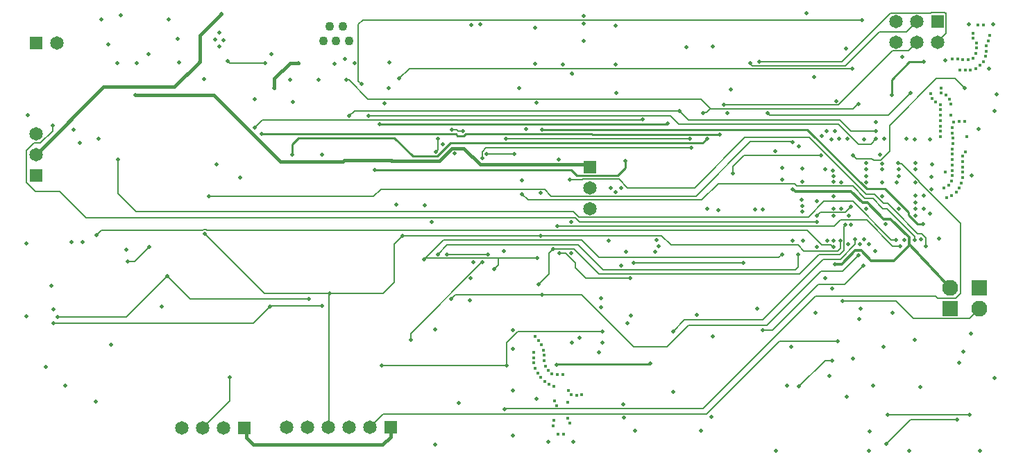
<source format=gbl>
G04*
G04 #@! TF.GenerationSoftware,Altium Limited,Altium Designer,21.6.4 (81)*
G04*
G04 Layer_Physical_Order=4*
G04 Layer_Color=16711680*
%FSLAX44Y44*%
%MOMM*%
G71*
G04*
G04 #@! TF.SameCoordinates,FF1FAEB7-4318-4351-9C75-77568BB5708F*
G04*
G04*
G04 #@! TF.FilePolarity,Positive*
G04*
G01*
G75*
%ADD10C,0.2000*%
%ADD12C,0.1500*%
%ADD13C,0.2540*%
%ADD175C,0.3000*%
%ADD179C,0.4000*%
%ADD180C,0.1650*%
%ADD181C,0.3500*%
%ADD188C,1.6500*%
%ADD189R,1.6500X1.6500*%
%ADD190R,1.6500X1.6500*%
%ADD191C,1.1000*%
%ADD192R,1.9500X1.9500*%
%ADD193C,1.9500*%
%ADD194C,0.5000*%
%ADD195C,0.4000*%
D10*
X704420Y317626D02*
G03*
X700212Y317628I-2110J-10286D01*
G01*
X704420Y317626D02*
G03*
X704779Y317590I377J1964D01*
G01*
X699833D02*
G03*
X700212Y317628I-10J2000D01*
G01*
X704420Y317626D02*
Y317626D01*
X699833Y317590D02*
X699833D01*
X627290D02*
X699833D01*
X1112520Y261620D02*
Y271822D01*
X1107483Y276860D02*
X1112520Y271822D01*
X1075948Y194310D02*
X1096838Y173420D01*
X1165290D01*
X1177290Y185420D01*
X737712Y343240D02*
X748212Y332740D01*
X693282Y343240D02*
X737712D01*
X692943Y342900D02*
X693282Y343240D01*
X678180Y342900D02*
X692943D01*
X951899Y337717D02*
X954880Y334737D01*
X1022925D01*
X859200Y337717D02*
X951899D01*
X839072Y317590D02*
X859200Y337717D01*
X704779Y317590D02*
X839072D01*
X748212Y332740D02*
X830366D01*
X891652Y394026D01*
X969870D01*
X1102313Y276860D02*
X1107483D01*
X1074202Y304971D02*
X1102313Y276860D01*
X1065483Y313690D02*
X1074202Y304971D01*
Y304971D02*
Y304971D01*
X1060450Y313690D02*
X1065483D01*
X1049232Y324908D02*
X1060450Y313690D01*
X1060088Y307340D02*
X1064484D01*
X1098550Y273274D01*
X1047661Y319767D02*
X1060088Y307340D01*
X1037894Y319767D02*
X1047661D01*
X1022925Y334737D02*
X1037894Y319767D01*
X1038987Y324908D02*
X1049232D01*
X969870Y394026D02*
X1038987Y324908D01*
X1098550Y269240D02*
Y273274D01*
X1011052Y194310D02*
X1075948D01*
X619760Y325120D02*
X627290Y317590D01*
D12*
X700955Y297180D02*
G03*
X703665Y297180I1355J10160D01*
G01*
X1077458Y546100D02*
G03*
X1074747Y546100I-1355J-10160D01*
G01*
X1102858D02*
G03*
X1100147Y546100I-1355J-10160D01*
G01*
X1136787Y545645D02*
G03*
X1136632Y545798I-1129J-987D01*
G01*
X890138Y371978D02*
X984003D01*
X877189Y350520D02*
Y359029D01*
X890138Y371978D01*
X665480Y252730D02*
X672410D01*
X684530Y240610D01*
Y234950D02*
Y240610D01*
X652780Y252730D02*
X657860Y257810D01*
X683260D02*
X713577Y227493D01*
X652780Y227692D02*
Y252730D01*
X657860Y257810D02*
X683260D01*
X684530Y234950D02*
X697412Y222068D01*
X751840D01*
X1023620Y372110D02*
X1027430Y368300D01*
X1046480D02*
X1048386Y366394D01*
X1027430Y368300D02*
X1046480D01*
X1048386Y366394D02*
X1056980D01*
X533783Y403860D02*
X539796D01*
X533565Y403642D02*
X533783Y403860D01*
X539796D02*
X541574Y402082D01*
X483870Y147320D02*
Y155005D01*
X569784Y240919D02*
X570821D01*
X483870Y155005D02*
X569784Y240919D01*
X570821D02*
X571491Y241588D01*
X977900Y200660D02*
X1123950D01*
X840357Y63117D02*
X977900Y200660D01*
X1123950D02*
X1126490Y198120D01*
X1148588D01*
X431800Y440690D02*
X838200D01*
X405130Y464820D02*
X405719Y464231D01*
X408259D02*
X431800Y440690D01*
X405719Y464231D02*
X408259D01*
X1029318Y434664D02*
X1030028D01*
X1020415Y401985D02*
X1051095D01*
X1007110Y415290D02*
X1020415Y401985D01*
X1045169Y386080D02*
X1051279Y392190D01*
X1005840Y410210D02*
X1029970Y386080D01*
X1045169D01*
X713740Y247650D02*
X933137D01*
X936836Y251349D01*
X590550Y246733D02*
X638461D01*
X501670D02*
X590550D01*
X473710Y274320D02*
X642620D01*
X956113Y262890D02*
X963365Y255638D01*
X789940Y274320D02*
X801370Y262890D01*
X642620Y274320D02*
X789940D01*
X801370Y262890D02*
X956113D01*
X1026160Y263606D02*
Y269121D01*
X1025595Y269686D02*
X1026160Y269121D01*
X703665Y297180D02*
X969010D01*
X700955D02*
X700955D01*
X689055D02*
X700955D01*
X849124Y428754D02*
X849630Y429260D01*
X844921Y424551D02*
X849124Y428754D01*
X952729Y232560D02*
X956310Y236142D01*
Y251460D01*
X575691Y381381D02*
X826143D01*
X570958Y368670D02*
Y376648D01*
X575691Y381381D01*
X598840Y62900D02*
X600581D01*
X598170Y62230D02*
X598840Y62900D01*
X600581D02*
X600799Y63117D01*
X840357D01*
X647010Y330890D02*
X655412Y322488D01*
X831758D02*
X898398Y389128D01*
X655412Y322488D02*
X831758D01*
X924706Y158750D02*
X980586Y214630D01*
X1013460D01*
X913130Y158750D02*
X924706D01*
X987200Y245520D02*
X1008074D01*
X913130Y171450D02*
X987200Y245520D01*
X1008074D02*
X1026160Y263606D01*
X713577Y227493D02*
X958061D01*
X981693Y251126D02*
X1007011D01*
X958061Y227493D02*
X981693Y251126D01*
X524177Y269240D02*
X692150D01*
X713740Y247650D01*
X688340Y262890D02*
X718670Y232560D01*
X528320Y262890D02*
X688340D01*
X718670Y232560D02*
X952729D01*
X127000Y325501D02*
Y367030D01*
Y325501D02*
X148635Y303866D01*
X1148080Y466090D02*
X1159510Y454660D01*
X1125220Y466090D02*
X1148080D01*
X1068070Y408940D02*
X1125220Y466090D01*
X1066800Y421640D02*
X1093470Y448310D01*
X922109Y421640D02*
X1066800D01*
X919480Y424180D02*
X919569D01*
X922109Y421640D01*
X822960Y415290D02*
X1007110D01*
X811530Y426720D02*
X822960Y415290D01*
X800259Y420465D02*
X810514Y410210D01*
X1005840D01*
X838200Y440690D02*
X849630Y429260D01*
X840675Y424551D02*
X844921D01*
X1023408Y428754D02*
X1029318Y434664D01*
X849124Y428754D02*
X1023408D01*
X1007011Y251126D02*
X1012190Y256305D01*
X1004938Y255638D02*
X1007690Y258390D01*
X963365Y255638D02*
X1004938D01*
X1012190Y256305D02*
Y284988D01*
X434340Y40640D02*
X450497Y56797D01*
X844596D02*
X933230Y145431D01*
X450497Y56797D02*
X844596D01*
X933230Y145431D02*
X1005078D01*
X1154430Y203962D02*
Y289491D01*
X1103691Y340230D02*
X1154430Y289491D01*
X1148588Y198120D02*
X1154430Y203962D01*
X1013460Y214630D02*
X1036320Y237490D01*
X918210Y165100D02*
X984250Y231140D01*
X1010920D01*
X822960Y165100D02*
X918210D01*
X796290Y138430D02*
X822960Y165100D01*
X756158Y138430D02*
X796290D01*
X817626Y171450D02*
X913130D01*
X137160Y175260D02*
X186690Y224790D01*
X53340Y175260D02*
X137160D01*
X186690Y224790D02*
X214630Y196850D01*
X359410D01*
X516890Y251460D02*
X528320Y262890D01*
X1000760Y285750D02*
X1008380Y293370D01*
X662940Y285750D02*
X1000760D01*
X689353Y291084D02*
X979170D01*
X684527Y295910D02*
X689353Y291084D01*
X682369Y303866D02*
X689055Y297180D01*
X969010D02*
X988060Y316230D01*
X106426Y280670D02*
X229856D01*
X234964D02*
X967740D01*
X234274Y281360D02*
X234964Y280670D01*
X229856D02*
X230546Y281360D01*
X100330Y274574D02*
X106426Y280670D01*
X967740D02*
X985520Y262890D01*
X230546Y281360D02*
X234274D01*
X26035Y328295D02*
X55245D01*
X87630Y295910D02*
X684527D01*
X55245Y328295D02*
X87630Y295910D01*
X15240Y339090D02*
X26035Y328295D01*
X15240Y339090D02*
Y378079D01*
X24511Y387350D01*
X32258D02*
X46990Y402082D01*
X24511Y387350D02*
X32258D01*
X1069086Y546100D02*
X1074747D01*
X1009650Y486664D02*
X1069086Y546100D01*
X908812Y486664D02*
X1009650D01*
X1077458Y546100D02*
X1100147D01*
X1102858D02*
X1117734D01*
X1117824Y546190D01*
X1135981D01*
X1136071Y546100D01*
X1136279D01*
X1136632Y545798D01*
X1136787Y545645D02*
X1137158Y545221D01*
Y520796D02*
Y545221D01*
X1126902Y510540D02*
X1137158Y520796D01*
X1088802Y523240D02*
X1101503Y535940D01*
X1055624Y523240D02*
X1088802D01*
X1013968Y481584D02*
X1055624Y523240D01*
X900684Y481584D02*
X1013968D01*
X897636Y484632D02*
X900684Y481584D01*
X1090922Y499959D02*
X1101503Y510540D01*
X1071460Y499959D02*
X1090922D01*
X1005586Y434086D02*
X1071460Y499959D01*
X865730Y434086D02*
X1005586D01*
X541574Y402082D02*
X547370D01*
X755650Y241300D02*
X889698D01*
X292100Y167640D02*
X312621Y188161D01*
X48260Y167640D02*
X292100D01*
X375751Y188161D02*
X375951Y188361D01*
X312621Y188161D02*
X375751D01*
X305635Y203635D02*
X384634D01*
X384087Y41187D02*
Y203088D01*
X384634Y203635D02*
X450015D01*
X463550Y217170D01*
X383540Y40640D02*
X384087Y41187D01*
Y203088D02*
X384634Y203635D01*
X232410Y276860D02*
X305635Y203635D01*
X1080770Y261620D02*
X1080837Y261687D01*
X1071880Y261620D02*
X1080770D01*
X1040130Y293370D02*
X1071880Y261620D01*
X1070221Y269046D02*
X1075642D01*
X1023038Y316230D02*
X1070221Y269046D01*
X514604Y376597D02*
Y376939D01*
X585470Y233680D02*
X585742D01*
X590550Y238488D02*
Y246380D01*
X585742Y233680D02*
X590550Y238488D01*
X501670Y246733D02*
X524177Y269240D01*
X500380Y245443D02*
X501670Y246733D01*
X415544Y426720D02*
X811530D01*
X408940Y420116D02*
X415544Y426720D01*
X824658Y392850D02*
X824709Y392799D01*
X600343Y392850D02*
X824658D01*
X600292Y392901D02*
X600343Y392850D01*
X576120Y374157D02*
X576427Y373850D01*
X610228D01*
X610535Y373543D01*
X795607Y410016D02*
X796363Y410772D01*
X302586Y415616D02*
X766764D01*
X293370Y406400D02*
X302586Y415616D01*
X766764D02*
X767113Y415965D01*
X840304Y424180D02*
X840675Y424551D01*
X796363Y410772D02*
X797310D01*
X1051279Y392190D02*
X1051298D01*
X1065530Y55880D02*
X1165860D01*
X516890Y379225D02*
Y392430D01*
X514604Y376939D02*
X516890Y379225D01*
X614680Y157480D02*
X717550D01*
X803656D02*
X817626Y171450D01*
X692658Y201930D02*
X756158Y138430D01*
X1010920Y231140D02*
X1029970Y250190D01*
X229870Y39370D02*
X262890Y72390D01*
Y101600D01*
X898398Y389128D02*
X949452D01*
X949960Y388620D01*
X138430Y242570D02*
X147320D01*
X165100Y260350D01*
X661670Y116840D02*
X662305Y117475D01*
X775335D02*
X775970Y118110D01*
X600710Y143510D02*
X614680Y157480D01*
X600710Y115570D02*
Y143510D01*
X448310Y115570D02*
X600710D01*
X1020778Y309578D02*
Y309646D01*
X1014040Y302840D02*
X1020778Y309578D01*
X1012190Y284988D02*
X1014984Y287782D01*
X996058Y262890D02*
X998543Y260405D01*
X1007690Y258390D02*
Y267970D01*
X988060Y316230D02*
X1023038D01*
X148635Y303866D02*
X682369D01*
X998543Y260405D02*
X999490D01*
X1056980Y366394D02*
X1068070Y377484D01*
Y408940D01*
X643890Y201930D02*
X692658D01*
X538480D02*
X643890D01*
X983560Y302840D02*
X1014040D01*
X1103691Y340230D02*
Y341057D01*
X1082354Y362393D02*
X1103691Y341057D01*
X1079141Y362393D02*
X1082354D01*
X1078476Y363059D02*
X1079141Y362393D01*
X1008380Y293370D02*
X1040130D01*
X979170Y298450D02*
X983560Y302840D01*
X985520Y262890D02*
X996058D01*
X46990Y402082D02*
Y408940D01*
X447369Y330890D02*
X647010D01*
X438331Y321852D02*
X447369Y330890D01*
X432831Y420465D02*
X800259D01*
X432490Y420806D02*
X432831Y420465D01*
X237743Y321852D02*
X438331D01*
X469900Y466090D02*
X482092Y478282D01*
X1022858D01*
X957580Y90170D02*
X989330Y121920D01*
X998220D01*
X463550Y217170D02*
Y264160D01*
X473710Y274320D01*
X639826Y214738D02*
X652780Y227692D01*
X533400Y196850D02*
X538480Y201930D01*
X425450Y537464D02*
X1034542D01*
X528320Y251460D02*
X577850D01*
X1093786Y49846D02*
X1150428D01*
X1064260Y20320D02*
X1093786Y49846D01*
X260439Y487680D02*
X262979Y485140D01*
X306070D01*
X260350Y487680D02*
X260439D01*
X419989Y463169D02*
X423490Y459668D01*
X419989Y463169D02*
Y532003D01*
X425450Y537464D01*
D13*
X550477Y398090D02*
X704869D01*
X705140Y397819D01*
X860197D01*
X860609Y397407D01*
X548627Y396240D02*
X550477Y398090D01*
X679773Y354007D02*
X686410Y347370D01*
X735990D02*
X745490Y356870D01*
X686410Y347370D02*
X735990D01*
X643890Y403860D02*
X967647D01*
X1040037Y331470D01*
X1062357D01*
X1090930Y299434D02*
X1102074Y288290D01*
X1090930Y299434D02*
Y302897D01*
X1102074Y288290D02*
X1108710D01*
X1062357Y331470D02*
X1090930Y302897D01*
X439936Y354007D02*
X679773D01*
X1070610Y464820D02*
X1092200Y486410D01*
X1109980D01*
X1070610Y445770D02*
Y464820D01*
X516321Y371039D02*
X532307Y387024D01*
X445964Y410016D02*
X795607D01*
X445770Y410210D02*
X445964Y410016D01*
X338927Y385917D02*
X346710Y393700D01*
X338927Y373188D02*
Y385917D01*
X346710Y393700D02*
X463550D01*
X486211Y371039D01*
X451094Y398622D02*
X538638D01*
X541020Y396240D01*
X548627D01*
X450936Y398780D02*
X451094Y398622D01*
X532307Y387024D02*
X839990D01*
X845323Y392356D01*
X662305Y117475D02*
X775335D01*
X302260Y398780D02*
X450936D01*
X745490Y356870D02*
Y365760D01*
X486211Y371039D02*
X516321D01*
D175*
X1045582Y243840D02*
X1073150D01*
X1092411Y263101D01*
X1009921Y239678D02*
X1026273Y256030D01*
X1033392D02*
X1045582Y243840D01*
X1026273Y256030D02*
X1033392D01*
X1001397Y239678D02*
X1009921D01*
D179*
X283687Y27463D02*
X292100Y19050D01*
X449580D02*
X459263Y28733D01*
X292100Y19050D02*
X449580D01*
X336550Y485140D02*
X346710D01*
X317500Y466090D02*
X336550Y485140D01*
X317500Y454660D02*
Y466090D01*
X226409Y518509D02*
X252730Y544830D01*
X226409Y486939D02*
Y518509D01*
X109128Y455930D02*
X195533D01*
X26577Y373380D02*
X109128Y455930D01*
X195533D02*
X226476Y486873D01*
X548570Y381000D02*
X568798Y360772D01*
X533702Y381000D02*
X548570D01*
X518498Y365796D02*
X533702Y381000D01*
X680720Y472169D02*
Y472440D01*
X147574Y446278D02*
X243360D01*
X459263Y40163D02*
X459740Y40640D01*
X459263Y28733D02*
Y40163D01*
X280670Y39370D02*
X283687Y36353D01*
Y27463D02*
Y36353D01*
X699678Y360772D02*
X702310Y358140D01*
X568798Y360772D02*
X699678D01*
X324758Y364880D02*
X401316D01*
X460438Y365796D02*
X518498D01*
X460365Y365869D02*
X460438Y365796D01*
X402306Y365869D02*
X460365D01*
X401316Y364880D02*
X402306Y365869D01*
X243360Y446278D02*
X324758Y364880D01*
D180*
X383382Y525308D02*
X384940Y529810D01*
D181*
X1092411Y263101D02*
X1141730Y210820D01*
X949960Y330962D02*
X950254D01*
X952760Y328456D02*
X1021186D01*
X1035379Y314263D01*
X950254Y330962D02*
X952760Y328456D01*
X1041261Y314263D02*
X1060884Y294640D01*
X1069443D02*
X1092107Y271976D01*
X1060884Y294640D02*
X1069443D01*
X1092107Y263417D02*
Y271976D01*
X1035379Y314263D02*
X1041261D01*
D188*
X1076103Y510540D02*
D03*
X26577Y398780D02*
D03*
Y373380D02*
D03*
X1126902Y510540D02*
D03*
X1101503Y535940D02*
D03*
Y510540D02*
D03*
X1076103Y535940D02*
D03*
X52070Y509270D02*
D03*
X702310Y332740D02*
D03*
Y307340D02*
D03*
X434340Y40640D02*
D03*
X408940D02*
D03*
X383540D02*
D03*
X358140D02*
D03*
X332740D02*
D03*
X255270Y39370D02*
D03*
X229870D02*
D03*
X204470D02*
D03*
D189*
X1126902Y535940D02*
D03*
X26670Y509270D02*
D03*
X459740Y40640D02*
D03*
X280670Y39370D02*
D03*
D190*
X26577Y347980D02*
D03*
X702310Y358140D02*
D03*
D191*
X408940Y511810D02*
D03*
X400940Y529810D02*
D03*
X392940Y511810D02*
D03*
X384940Y529810D02*
D03*
X376940Y511810D02*
D03*
D192*
X1141730Y185420D02*
D03*
X1177290Y210820D02*
D03*
D193*
X1141730D02*
D03*
X1177290Y185420D02*
D03*
D194*
X928370Y377190D02*
D03*
X845201Y306837D02*
D03*
X679450Y290830D02*
D03*
Y252730D02*
D03*
X984003Y371978D02*
D03*
X665480Y252730D02*
D03*
X657860Y257810D02*
D03*
X1056127Y372688D02*
D03*
X877189Y350520D02*
D03*
X751840Y222068D02*
D03*
X783590Y269240D02*
D03*
X165100Y260350D02*
D03*
X533565Y403642D02*
D03*
X483870Y147320D02*
D03*
X998220Y209550D02*
D03*
X716183Y197697D02*
D03*
X1023462Y123719D02*
D03*
X961070Y318080D02*
D03*
X961102Y310760D02*
D03*
X961146Y303205D02*
D03*
X984861Y395911D02*
D03*
X860609Y397407D02*
D03*
X991351Y401964D02*
D03*
X1001483Y402021D02*
D03*
X1006622Y392264D02*
D03*
X1016814Y392098D02*
D03*
X1051095Y401985D02*
D03*
X1036750Y391833D02*
D03*
X1061578Y392164D02*
D03*
X1088446D02*
D03*
X1098488Y392054D02*
D03*
X1117302D02*
D03*
X936836Y251349D02*
D03*
X950016Y267969D02*
D03*
X962775Y268042D02*
D03*
X979212Y260551D02*
D03*
X1025595Y269686D02*
D03*
X1017253Y263834D02*
D03*
X1037141Y270002D02*
D03*
X1031684Y263834D02*
D03*
X1106162Y269343D02*
D03*
X1112520Y261620D02*
D03*
X956310Y251460D02*
D03*
X642620Y274320D02*
D03*
X929640Y11430D02*
D03*
X1092200D02*
D03*
X1178560D02*
D03*
X1042670D02*
D03*
X186690Y224790D02*
D03*
X662940Y285750D02*
D03*
X744220Y52070D02*
D03*
X69956Y266757D02*
D03*
X1043940Y35560D02*
D03*
X755650Y241300D02*
D03*
X947795Y138822D02*
D03*
X904240Y306070D02*
D03*
X913130D02*
D03*
X359410Y196850D02*
D03*
X375951Y188361D02*
D03*
X384634Y203635D02*
D03*
X1080837Y261687D02*
D03*
X1075642Y269046D02*
D03*
X1086372Y269325D02*
D03*
X1098550Y269240D02*
D03*
X537254Y374734D02*
D03*
X514604Y376597D02*
D03*
X522628Y386099D02*
D03*
X585470Y233680D02*
D03*
X638461Y246733D02*
D03*
X1159510Y454660D02*
D03*
X824709Y392799D02*
D03*
X826143Y381381D02*
D03*
X610535Y373543D02*
D03*
X576120Y374157D02*
D03*
X600292Y392901D02*
D03*
X445770Y410210D02*
D03*
X338927Y373188D02*
D03*
X375273Y372931D02*
D03*
X811530Y426720D02*
D03*
X767113Y415965D02*
D03*
X845323Y392356D02*
D03*
X637540Y436190D02*
D03*
X624426Y404691D02*
D03*
X797310Y410772D02*
D03*
X557767Y531007D02*
D03*
X734527Y448540D02*
D03*
X439936Y354007D02*
D03*
X678180Y342900D02*
D03*
X1051298Y392190D02*
D03*
X1065530Y55880D02*
D03*
X1165860D02*
D03*
X1016000Y77470D02*
D03*
X127000Y367030D02*
D03*
X740410Y237490D02*
D03*
X746760Y254436D02*
D03*
X717543Y143517D02*
D03*
X713160Y132080D02*
D03*
X717550Y157480D02*
D03*
X727710Y332740D02*
D03*
X734060Y327660D02*
D03*
X740410Y332740D02*
D03*
X725170Y267970D02*
D03*
X742950Y68580D02*
D03*
X913130Y158750D02*
D03*
X906780Y185420D02*
D03*
X1036320Y237490D02*
D03*
X989330Y222250D02*
D03*
X262890Y101600D02*
D03*
X949960Y388620D02*
D03*
X293370Y406400D02*
D03*
X661670Y116840D02*
D03*
X637540Y74930D02*
D03*
X680720Y143510D02*
D03*
X598170Y62230D02*
D03*
X542290Y69850D02*
D03*
X651510Y22860D02*
D03*
X681990D02*
D03*
X600710Y115570D02*
D03*
X775970Y118110D02*
D03*
X689610Y149860D02*
D03*
X1009187Y306960D02*
D03*
X1020778Y309646D02*
D03*
X1063182Y288180D02*
D03*
X1042670Y264160D02*
D03*
X997033Y391947D02*
D03*
X957580Y383540D02*
D03*
X961763Y355935D02*
D03*
X961390Y340360D02*
D03*
X937260Y356870D02*
D03*
Y342900D02*
D03*
X949960Y330962D02*
D03*
X1001397Y239678D02*
D03*
X991870Y267970D02*
D03*
X999490D02*
D03*
X1007690D02*
D03*
X999490Y260405D02*
D03*
X1127956Y270428D02*
D03*
X1050290Y255270D02*
D03*
X1029970Y250190D02*
D03*
X1051015Y412682D02*
D03*
X1003234Y438626D02*
D03*
X1030028Y434790D02*
D03*
X1013714Y287782D02*
D03*
X1021179Y287138D02*
D03*
X1017986Y298951D02*
D03*
X999097Y353837D02*
D03*
X989452Y354901D02*
D03*
X999204Y346931D02*
D03*
X999316Y340360D02*
D03*
X1009323Y339487D02*
D03*
X999490Y322580D02*
D03*
X979170Y316230D02*
D03*
Y298450D02*
D03*
Y291084D02*
D03*
X1108710Y288290D02*
D03*
X1117570Y300960D02*
D03*
X1099820Y298450D02*
D03*
X1099404Y306924D02*
D03*
X1109281Y307162D02*
D03*
X1078952Y306939D02*
D03*
X1039277Y306822D02*
D03*
X1059180Y322580D02*
D03*
Y339090D02*
D03*
X1039575Y339450D02*
D03*
X1039334Y346934D02*
D03*
X1039092Y355005D02*
D03*
Y362683D02*
D03*
X1023620Y372110D02*
D03*
X1059160Y362458D02*
D03*
X1059055Y355097D02*
D03*
X1078810Y346735D02*
D03*
X1076960Y338960D02*
D03*
X1078810Y355252D02*
D03*
X1078476Y363059D02*
D03*
X1099130Y362960D02*
D03*
Y355518D02*
D03*
Y339193D02*
D03*
X1099368Y323032D02*
D03*
X1109346Y323057D02*
D03*
X1119409Y330876D02*
D03*
X1119409Y345654D02*
D03*
X1119551Y360942D02*
D03*
X1099368Y314960D02*
D03*
X999385Y298794D02*
D03*
X999490Y307340D02*
D03*
X1195681Y426532D02*
D03*
X1109980Y486410D02*
D03*
X1070610Y445770D02*
D03*
X1189376Y478420D02*
D03*
X1136031Y487954D02*
D03*
X1093470Y448310D02*
D03*
X1083310Y492760D02*
D03*
X1198880Y447040D02*
D03*
X1164590Y532130D02*
D03*
X977900Y180340D02*
D03*
X1010920Y194310D02*
D03*
X1032510Y185420D02*
D03*
X1194580Y532130D02*
D03*
X889698Y241300D02*
D03*
X106680Y538480D02*
D03*
X302260Y398780D02*
D03*
X188580Y538017D02*
D03*
X246957Y361317D02*
D03*
X1060450Y138430D02*
D03*
X994338Y102870D02*
D03*
X942703Y90776D02*
D03*
X1105111Y89593D02*
D03*
X1071643Y179946D02*
D03*
X1098564Y146904D02*
D03*
X1196340Y100330D02*
D03*
X1157613Y132439D02*
D03*
X1167754Y347416D02*
D03*
X1176183Y404427D02*
D03*
X1014730Y502920D02*
D03*
X975501Y468283D02*
D03*
X869846Y424177D02*
D03*
X874530Y452754D02*
D03*
X851985Y504837D02*
D03*
X820317Y504621D02*
D03*
X635706Y528213D02*
D03*
X664670Y366711D02*
D03*
X858955Y305022D02*
D03*
X748030Y167640D02*
D03*
X752777Y176922D02*
D03*
X832636Y177304D02*
D03*
X852170Y151130D02*
D03*
X804375Y83674D02*
D03*
X850782Y52766D02*
D03*
X837616Y36490D02*
D03*
X757275Y36490D02*
D03*
X513598Y18903D02*
D03*
X608439Y29925D02*
D03*
X608612Y84886D02*
D03*
X608608Y136289D02*
D03*
X608700Y159238D02*
D03*
X513820Y159294D02*
D03*
X597042Y255093D02*
D03*
X560070Y241682D02*
D03*
X557158Y221929D02*
D03*
X570958Y368670D02*
D03*
X733532Y483000D02*
D03*
X734060Y530860D02*
D03*
X694690Y542290D02*
D03*
X669011Y482834D02*
D03*
X635145Y483787D02*
D03*
X568516Y531990D02*
D03*
X457015Y454062D02*
D03*
X458008Y485891D02*
D03*
X415260Y484421D02*
D03*
X391249Y483905D02*
D03*
X340431Y437435D02*
D03*
X314019Y495428D02*
D03*
X244891Y513375D02*
D03*
X255258Y513040D02*
D03*
X250190Y505460D02*
D03*
Y521970D02*
D03*
X231824Y465182D02*
D03*
X201123Y485715D02*
D03*
X149793Y484846D02*
D03*
X125635Y484556D02*
D03*
X114691Y507395D02*
D03*
X129841Y543625D02*
D03*
X136584Y257229D02*
D03*
X83613Y266217D02*
D03*
X118145Y141036D02*
D03*
X99932Y71796D02*
D03*
X38842Y113858D02*
D03*
X14992Y175714D02*
D03*
X45720Y213360D02*
D03*
X15097Y264368D02*
D03*
X102870Y392430D02*
D03*
X80010Y387350D02*
D03*
X72390Y403860D02*
D03*
X16510Y421640D02*
D03*
X46990Y408940D02*
D03*
X966470Y546100D02*
D03*
X317500Y454660D02*
D03*
X346710Y485140D02*
D03*
X293370Y440690D02*
D03*
X405130Y464820D02*
D03*
X403860Y490220D02*
D03*
X252730Y544830D02*
D03*
X180340Y187960D02*
D03*
X500771Y311505D02*
D03*
X465938Y312049D02*
D03*
X138430Y242570D02*
D03*
X275590Y345440D02*
D03*
X237743Y321852D02*
D03*
X469900Y466090D02*
D03*
X1153160Y119380D02*
D03*
X1167130Y154940D02*
D03*
X547370Y402082D02*
D03*
X694690Y511810D02*
D03*
X199390Y514350D02*
D03*
X781630Y254436D02*
D03*
X786130Y261620D02*
D03*
X998220Y121920D02*
D03*
X473710Y274320D02*
D03*
X312420Y187960D02*
D03*
X232410Y276860D02*
D03*
X53340Y175260D02*
D03*
X48260Y167640D02*
D03*
X509270Y290830D02*
D03*
X533400Y196850D02*
D03*
X643890Y201930D02*
D03*
X448310Y115570D02*
D03*
X516890Y392430D02*
D03*
X745490Y365760D02*
D03*
X619760Y341630D02*
D03*
Y325120D02*
D03*
X694690Y532964D02*
D03*
X615950Y454660D02*
D03*
X680720Y472440D02*
D03*
X643890Y403860D02*
D03*
X1047750Y91440D02*
D03*
X919480Y424180D02*
D03*
X840304D02*
D03*
X957580Y90170D02*
D03*
X642620Y326390D02*
D03*
X528320Y251460D02*
D03*
X577850D02*
D03*
X1064260Y20320D02*
D03*
X1031240Y172720D02*
D03*
X260350Y487680D02*
D03*
X306070Y485140D02*
D03*
X556006Y195238D02*
D03*
X516890Y251460D02*
D03*
X62230Y91440D02*
D03*
X571491Y241588D02*
D03*
X371735Y464820D02*
D03*
X336550D02*
D03*
X716280Y186690D02*
D03*
X452120Y435610D02*
D03*
X163538Y495554D02*
D03*
X432490Y420806D02*
D03*
X803656Y157480D02*
D03*
X226476Y486873D02*
D03*
X865730Y434086D02*
D03*
X1022858Y478282D02*
D03*
X408940Y420116D02*
D03*
X1005078Y145431D02*
D03*
X500380Y245443D02*
D03*
X423490Y459668D02*
D03*
X1034542Y537464D02*
D03*
X908812Y486664D02*
D03*
X897636Y484632D02*
D03*
X1150428Y49846D02*
D03*
X47752Y184404D02*
D03*
X100330Y274574D02*
D03*
X639826Y214738D02*
D03*
X147574Y446278D02*
D03*
D195*
X659091Y72884D02*
D03*
X661840Y66949D02*
D03*
X658177Y48451D02*
D03*
X657922Y41916D02*
D03*
X663494Y31572D02*
D03*
X670034D02*
D03*
X678118Y45794D02*
D03*
X675269Y51681D02*
D03*
X675072Y71155D02*
D03*
X633587Y131819D02*
D03*
X633900Y125287D02*
D03*
X634260Y118757D02*
D03*
X635817Y112405D02*
D03*
X638567Y106471D02*
D03*
X642352Y101138D02*
D03*
X647046Y96584D02*
D03*
X652491Y92961D02*
D03*
X658304Y89965D02*
D03*
X676215Y85366D02*
D03*
X679591Y79764D02*
D03*
X686122Y79422D02*
D03*
X692652Y79788D02*
D03*
X669246Y104728D02*
D03*
X662707Y104616D02*
D03*
X656188Y105148D02*
D03*
X651363Y109563D02*
D03*
X648007Y115176D02*
D03*
X646404Y121517D02*
D03*
X646260Y128055D02*
D03*
X645632Y134565D02*
D03*
X643289Y140671D02*
D03*
X639518Y146014D02*
D03*
X635195Y150922D02*
D03*
X1182661Y531038D02*
D03*
X1176121D02*
D03*
X1169732Y521598D02*
D03*
X1169808Y515058D02*
D03*
X1173650Y509766D02*
D03*
Y503226D02*
D03*
X1173475Y496688D02*
D03*
X1170127Y491070D02*
D03*
X1164025Y488717D02*
D03*
X1157485Y488701D02*
D03*
X1151082Y490035D02*
D03*
X1144544Y489897D02*
D03*
X1153567Y476125D02*
D03*
X1160104Y476340D02*
D03*
X1166639Y476592D02*
D03*
X1172938Y478352D02*
D03*
X1178413Y481929D02*
D03*
X1182659Y486903D02*
D03*
X1185216Y492923D02*
D03*
X1186010Y499414D02*
D03*
Y505954D02*
D03*
X1188536Y511987D02*
D03*
X1189928Y518377D02*
D03*
X1118220Y447861D02*
D03*
X1119718Y441494D02*
D03*
X1124450Y436980D02*
D03*
X1130418Y434305D02*
D03*
Y427766D02*
D03*
Y421226D02*
D03*
Y414686D02*
D03*
Y408146D02*
D03*
Y401606D02*
D03*
Y395066D02*
D03*
X1136255Y351800D02*
D03*
X1142778Y421546D02*
D03*
X1142773Y434626D02*
D03*
X1141068Y440940D02*
D03*
X1136663Y445774D02*
D03*
X1130580Y448177D02*
D03*
X1130949Y454707D02*
D03*
X1152843Y413908D02*
D03*
X1146450Y412531D02*
D03*
X1144782Y406208D02*
D03*
Y399668D02*
D03*
X1145607Y393180D02*
D03*
X1144952Y386673D02*
D03*
X1144494Y380149D02*
D03*
Y373609D02*
D03*
Y367069D02*
D03*
Y360529D02*
D03*
Y353989D02*
D03*
Y347449D02*
D03*
X1143606Y340969D02*
D03*
X1139936Y335556D02*
D03*
X1134189Y332436D02*
D03*
X1137885Y320784D02*
D03*
X1143897Y323359D02*
D03*
X1149067Y327365D02*
D03*
X1153071Y332536D02*
D03*
X1155645Y338548D02*
D03*
X1156702Y345002D02*
D03*
X1156746Y351541D02*
D03*
Y358082D02*
D03*
Y364621D02*
D03*
Y371161D02*
D03*
X1160496Y376520D02*
D03*
X1162211Y394731D02*
D03*
X1159631Y413520D02*
D03*
M02*

</source>
